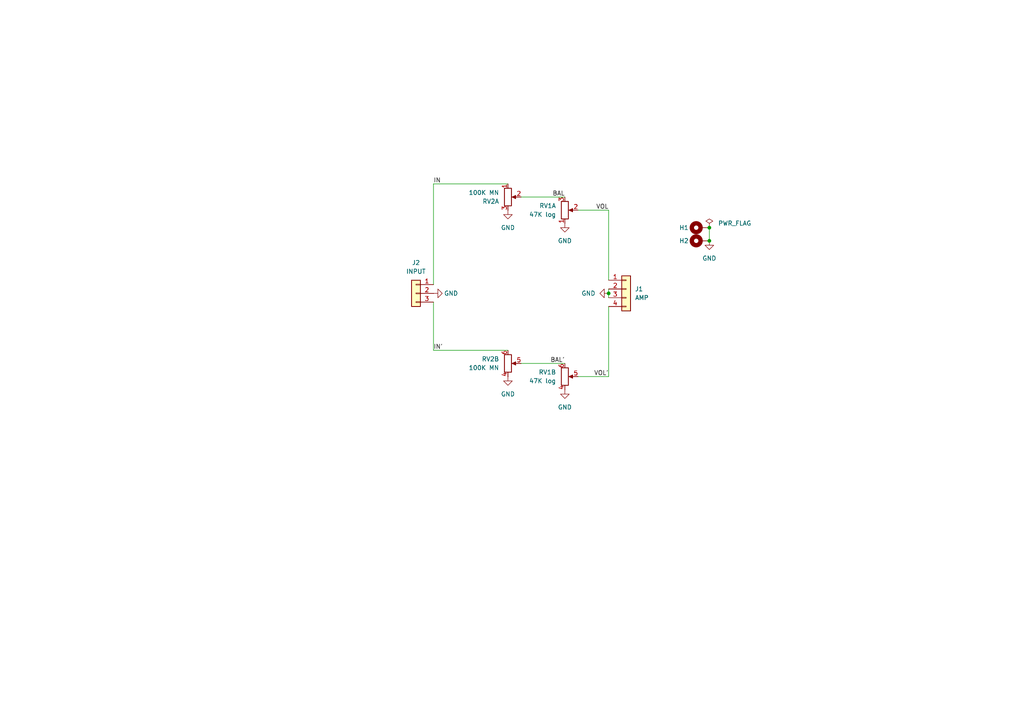
<source format=kicad_sch>
(kicad_sch (version 20231120) (generator "eeschema") (generator_version "8.0")
  (paper "A4")
  (title_block (title "TuchAudio 408 Volume & Balance passive control") (date "2025-09-07") (rev "v1") (company "@zuiko21") (comment 1 "for TuchAudio 309 integrated amp"))
  (lib_symbols
    (symbol "Connector_Generic:Conn_01x03" (pin_names (offset 1.016) hide)
      (property "Reference" "J" (at 0 5.08 0))
      (property "Value" "Conn_01x03" (at 0 -5.08 0))
      (symbol "Conn_01x03_1_1"
        (rectangle (start -1.27 -2.413) (end 0 -2.667) (stroke (width 0.1524)))
        (rectangle (start -1.27 0.127) (end 0 -0.127) (stroke (width 0.1524)))
        (rectangle (start -1.27 2.667) (end 0 2.413) (stroke (width 0.1524)))
        (rectangle (start -1.27 3.81) (end 1.27 -3.81) (stroke (width 0.254)) (fill (type background)))
        (pin passive line (at -5.08 2.54 0) (length 3.81) (name "Pin_1") (number "1"))
        (pin passive line (at -5.08 0 0) (length 3.81) (name "Pin_2") (number "2"))
        (pin passive line (at -5.08 -2.54 0) (length 3.81) (name "Pin_3") (number "3"))
      )
    )
    (symbol "Connector_Generic:Conn_01x04" (pin_names (offset 1.016) hide)
      (property "Reference" "J" (at 0 5.08 0))
      (property "Value" "Conn_01x04" (at 0 -7.62 0))
      (symbol "Conn_01x04_1_1"
        (rectangle (start -1.27 -4.953) (end 0 -5.207) (stroke (width 0.1524)))
        (rectangle (start -1.27 -2.413) (end 0 -2.667) (stroke (width 0.1524)))
        (rectangle (start -1.27 0.127) (end 0 -0.127) (stroke (width 0.1524)))
        (rectangle (start -1.27 2.667) (end 0 2.413) (stroke (width 0.1524)))
        (rectangle (start -1.27 3.81) (end 1.27 -6.35) (stroke (width 0.254)) (fill (type background)))
        (pin passive line (at -5.08 2.54 0) (length 3.81) (name "Pin_1") (number "1"))
        (pin passive line (at -5.08 0 0) (length 3.81) (name "Pin_2") (number "2"))
        (pin passive line (at -5.08 -2.54 0) (length 3.81) (name "Pin_3") (number "3"))
        (pin passive line (at -5.08 -5.08 0) (length 3.81) (name "Pin_4") (number "4"))
      )
    )
    (symbol "Device:R_Potentiometer_Dual_Separate" (pin_names (offset 1.016) hide)
      (property "Reference" "RV" (at -4.445 0 90))
      (property "Value" "R_Potentiometer_Dual_Separate" (at -2.54 0 90))
      (symbol "R_Potentiometer_Dual_Separate_0_1"
        (polyline (pts (xy 2.54 0) (xy 1.524 0)))
        (polyline (pts (xy 1.143 0) (xy 2.286 0.508) (xy 2.286 -0.508) (xy 1.143 0)) (fill (type outline)))
        (rectangle (start 1.016 2.54) (end -1.016 -2.54) (stroke (width 0.254)))
      )
      (symbol "R_Potentiometer_Dual_Separate_1_1"
        (pin passive line (at 0 3.81 270) (length 1.27) (name "1") (number "1"))
        (pin passive line (at 3.81 0 180) (length 1.27) (name "2") (number "2"))
        (pin passive line (at 0 -3.81 90) (length 1.27) (name "3") (number "3"))
      )
      (symbol "R_Potentiometer_Dual_Separate_2_1"
        (pin passive line (at 0 3.81 270) (length 1.27) (name "4") (number "4"))
        (pin passive line (at 3.81 0 180) (length 1.27) (name "5") (number "5"))
        (pin passive line (at 0 -3.81 90) (length 1.27) (name "6") (number "6"))
      )
    )
    (symbol "Mechanical:MountingHole_Pad" (pin_numbers hide) (pin_names (offset 1.016) hide) (exclude_from_sim yes) (in_bom no)
      (property "Reference" "H" (at 0 6.35 0))
      (property "Value" "MountingHole_Pad" (at 0 4.445 0))
      (symbol "MountingHole_Pad_0_1"
        (circle (center 0 1.27) (radius 1.27) (stroke (width 1.27)))
      )
      (symbol "MountingHole_Pad_1_1"
        (pin input line (at 0 -2.54 90) (length 2.54) (name "1") (number "1"))
      )
    )
    (symbol "power:GND" (power) (pin_numbers hide) (pin_names (offset 0) hide)
      (property "Value" "GND" (at 0 -3.81 0))
      (symbol "GND_0_1"
        (polyline (pts (xy 0 0) (xy 0 -1.27) (xy 1.27 -1.27) (xy 0 -2.54) (xy -1.27 -1.27) (xy 0 -1.27)))
      )
      (symbol "GND_1_1"
        (pin power_in line (at 0 0 270) (length 0) (name "~") (number "1"))
      )
    )
    (symbol "power:PWR_FLAG" (power) (pin_numbers hide) (pin_names (offset 0) hide)
      (property "Value" "PWR_FLAG" (at 0 3.81 0))
      (symbol "PWR_FLAG_0_0"
        (pin power_out line (at 0 0 90) (length 0) (name "~") (number "1"))
      )
      (symbol "PWR_FLAG_0_1"
        (polyline (pts (xy 0 0) (xy 0 1.27) (xy -1.016 1.905) (xy 0 2.54) (xy 1.016 1.905) (xy 0 1.27)))
      )
    )
  )
  (junction (at 205.74 69.85))
  (junction (at 176.53 85.09))
  (junction (at 205.74 66.04))
  (wire (pts (xy 151.13 57.15) (xy 163.83 57.15)))
  (wire (pts (xy 176.53 88.9) (xy 176.53 109.22)))
  (wire (pts (xy 167.64 60.96) (xy 176.53 60.96)))
  (wire (pts (xy 125.73 87.63) (xy 125.73 101.6)))
  (wire (pts (xy 151.13 105.41) (xy 163.83 105.41)))
  (wire (pts (xy 176.53 83.82) (xy 176.53 85.09)))
  (wire (pts (xy 176.53 85.09) (xy 176.53 86.36)))
  (wire (pts (xy 205.74 66.04) (xy 205.74 69.85)))
  (wire (pts (xy 125.73 101.6) (xy 147.32 101.6)))
  (wire (pts (xy 176.53 109.22) (xy 167.64 109.22)))
  (wire (pts (xy 125.73 53.34) (xy 125.73 82.55)))
  (wire (pts (xy 176.53 60.96) (xy 176.53 81.28)))
  (wire (pts (xy 125.73 53.34) (xy 147.32 53.34)))
  (label "VOL" (at 176.53 60.96 180))
  (label "VOL'" (at 176.53 109.22 180))
  (label "IN'" (at 125.73 101.6 0))
  (label "IN" (at 125.73 53.34 0))
  (label "BAL" (at 163.83 57.15 180))
  (label "BAL'" (at 163.83 105.41 180))
  (symbol (lib_id "power:GND") (at 205.74 69.85 0) (unit 1)
    (property "Reference" "#PWR14" (effects (hide yes)))
    (property "Value" "GND" (at 205.74 74.93 0))
    (property "Description" "Power symbol creates a global label with name \"GND\" , ground" (effects (hide yes)))
  )
  (symbol (lib_id "Device:R_Potentiometer_Dual_Separate") (at 163.83 60.96 0) (mirror x) (unit 1)
    (property "Reference" "RV1" (at 161.29 59.6899 0) (effects (justify right)))
    (property "Value" "47K log" (at 161.29 62.2299 0) (effects (justify right)))
    (property "Footprint" "durango:Potentiometer_Alps_225G_Dual_Horizontal" (effects (hide yes)))
    (property "Description" "Dual potentiometer, separate units" (effects (hide yes)))
  )
  (symbol (lib_id "Device:R_Potentiometer_Dual_Separate") (at 147.32 57.15 0) (unit 1)
    (property "Reference" "RV2" (at 144.78 58.4201 0) (effects (justify right)))
    (property "Value" "100K MN" (at 144.78 55.8801 0) (effects (justify right)))
    (property "Footprint" "durango:Potentiometer_Alps_225G_Dual_Horizontal" (effects (hide yes)))
    (property "Description" "Dual potentiometer, separate units" (effects (hide yes)))
  )
  (symbol (lib_id "Connector_Generic:Conn_01x03") (at 120.65 85.09 0) (mirror y) (unit 1)
    (property "Reference" "J2" (at 120.65 76.2 0))
    (property "Value" "INPUT" (at 120.65 78.74 0))
    (property "Footprint" "Connector_PinHeader_2.54mm:PinHeader_1x03_P2.54mm_Vertical" (effects (hide yes)))
    (property "Description" "Generic connector, single row, 01x03, script generated (kicad-library-utils/schlib/autogen/connector/)" (effects (hide yes)))
  )
  (symbol (lib_id "Mechanical:MountingHole_Pad") (at 203.2 69.85 90) (unit 1) (exclude_from_sim yes) (in_bom no)
    (property "Reference" "H2" (at 198.374 69.85 90))
    (property "Value" "MountingHole_Pad" (effects (hide yes)))
    (property "Footprint" "MountingHole:MountingHole_3.2mm_M3_DIN965_Pad" (effects (hide yes)))
    (property "Description" "Mounting Hole with connection" (effects (hide yes)))
  )
  (symbol (lib_id "Mechanical:MountingHole_Pad") (at 203.2 66.04 90) (unit 1) (exclude_from_sim yes) (in_bom no)
    (property "Reference" "H1" (at 198.374 66.04 90))
    (property "Value" "MountingHole_Pad" (effects (hide yes)))
    (property "Footprint" "MountingHole:MountingHole_3.2mm_M3_DIN965_Pad" (effects (hide yes)))
    (property "Description" "Mounting Hole with connection" (effects (hide yes)))
  )
  (symbol (lib_id "power:GND") (at 176.53 85.09 270) (unit 1)
    (property "Reference" "#PWR3" (effects (hide yes)))
    (property "Value" "GND" (at 172.72 85.0899 90) (effects (justify right)))
    (property "Description" "Power symbol creates a global label with name \"GND\" , ground" (effects (hide yes)))
  )
  (symbol (lib_id "power:GND") (at 147.32 109.22 0) (unit 1)
    (property "Reference" "#PWR5" (effects (hide yes)))
    (property "Value" "GND" (at 147.32 114.3 0))
    (property "Description" "Power symbol creates a global label with name \"GND\" , ground" (effects (hide yes)))
  )
  (symbol (lib_id "power:GND") (at 125.73 85.09 90) (mirror x) (unit 1)
    (property "Reference" "#PWR8" (effects (hide yes)))
    (property "Value" "GND" (at 128.778 85.09 90) (effects (justify right)))
    (property "Description" "Power symbol creates a global label with name \"GND\" , ground" (effects (hide yes)))
  )
  (symbol (lib_id "power:PWR_FLAG") (at 205.74 66.04 0) (unit 1)
    (property "Reference" "#FLG3" (effects (hide yes)))
    (property "Value" "PWR_FLAG" (at 208.28 64.7699 0) (effects (justify left)))
    (property "Description" "Special symbol for telling ERC where power comes from" (effects (hide yes)))
  )
  (symbol (lib_id "power:GND") (at 147.32 60.96 0) (unit 1)
    (property "Reference" "#PWR4" (effects (hide yes)))
    (property "Value" "GND" (at 147.32 66.04 0))
    (property "Description" "Power symbol creates a global label with name \"GND\" , ground" (effects (hide yes)))
  )
  (symbol (lib_id "Connector_Generic:Conn_01x04") (at 181.61 83.82 0) (unit 1)
    (property "Reference" "J1" (at 184.15 83.8199 0) (effects (justify left)))
    (property "Value" "AMP" (at 184.15 86.3599 0) (effects (justify left)))
    (property "Footprint" "Connector_PinHeader_2.54mm:PinHeader_1x04_P2.54mm_Vertical" (effects (hide yes)))
    (property "Description" "Generic connector, single row, 01x04, script generated (kicad-library-utils/schlib/autogen/connector/)" (effects (hide yes)))
  )
  (symbol (lib_id "Device:R_Potentiometer_Dual_Separate") (at 147.32 105.41 0) (mirror x) (unit 2)
    (property "Reference" "RV2" (at 144.78 104.1399 0) (effects (justify right)))
    (property "Value" "100K MN" (at 144.78 106.6799 0) (effects (justify right)))
    (property "Footprint" "durango:Potentiometer_Alps_225G_Dual_Horizontal" (effects (hide yes)))
    (property "Description" "Dual potentiometer, separate units" (effects (hide yes)))
  )
  (symbol (lib_id "power:GND") (at 163.83 113.03 0) (unit 1)
    (property "Reference" "#PWR2" (effects (hide yes)))
    (property "Value" "GND" (at 163.83 118.11 0))
    (property "Description" "Power symbol creates a global label with name \"GND\" , ground" (effects (hide yes)))
  )
  (symbol (lib_id "power:GND") (at 163.83 64.77 0) (unit 1)
    (property "Reference" "#PWR1" (effects (hide yes)))
    (property "Value" "GND" (at 163.83 69.85 0))
    (property "Description" "Power symbol creates a global label with name \"GND\" , ground" (effects (hide yes)))
  )
  (symbol (lib_id "Device:R_Potentiometer_Dual_Separate") (at 163.83 109.22 0) (mirror x) (unit 2)
    (property "Reference" "RV1" (at 161.29 107.9499 0) (effects (justify right)))
    (property "Value" "47K log" (at 161.29 110.4899 0) (effects (justify right)))
    (property "Footprint" "durango:Potentiometer_Alps_225G_Dual_Horizontal" (effects (hide yes)))
    (property "Description" "Dual potentiometer, separate units" (effects (hide yes)))
  )
)
</source>
